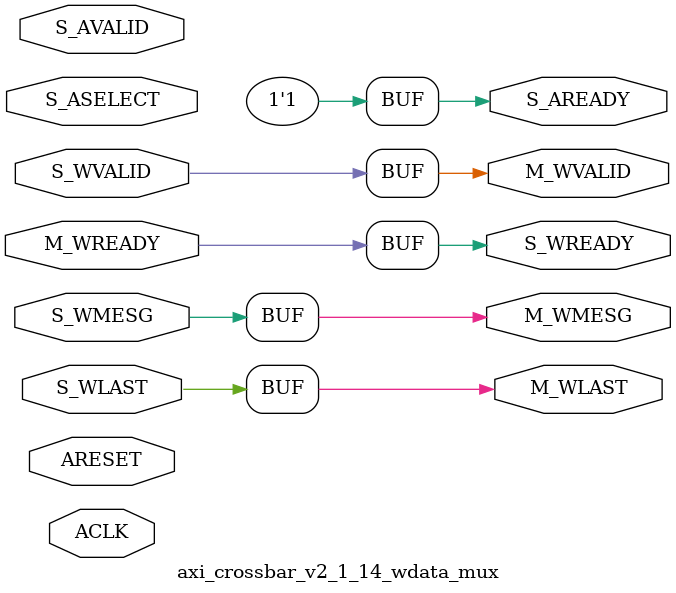
<source format=v>
module axi_crossbar_v2_1_14_wdata_mux #
  (
   parameter         C_FAMILY       = "none", 
   parameter integer C_WMESG_WIDTH            =  1, 
   parameter integer C_NUM_SLAVE_SLOTS     =  1, 
   parameter integer C_SELECT_WIDTH      =  1, 
   parameter integer C_FIFO_DEPTH_LOG     =  0 
   )
  (
   input  wire                                        ACLK,
   input  wire                                        ARESET,
   input  wire [C_NUM_SLAVE_SLOTS*C_WMESG_WIDTH-1:0]     S_WMESG,
   input  wire [C_NUM_SLAVE_SLOTS-1:0]                S_WLAST,
   input  wire [C_NUM_SLAVE_SLOTS-1:0]                S_WVALID,
   output wire [C_NUM_SLAVE_SLOTS-1:0]                S_WREADY,
   output wire [C_WMESG_WIDTH-1:0]                       M_WMESG,
   output wire                                        M_WLAST,
   output wire                                        M_WVALID,
   input  wire                                        M_WREADY,
   input  wire [C_SELECT_WIDTH-1:0]                 S_ASELECT,  
   input  wire                                        S_AVALID,
   output wire                                        S_AREADY
   );
  localparam integer P_FIFO_DEPTH_LOG = (C_FIFO_DEPTH_LOG <= 5) ? C_FIFO_DEPTH_LOG : 5;  
  function [C_NUM_SLAVE_SLOTS-1:0] f_decoder (
      input [C_SELECT_WIDTH-1:0] sel
    );
    integer i;
    begin
      for (i=0; i<C_NUM_SLAVE_SLOTS; i=i+1) begin
        f_decoder[i] = (sel == i);
      end
    end
  endfunction
  wire                                          m_valid_i;
  wire                                          m_last_i;
  wire [C_NUM_SLAVE_SLOTS-1:0]             m_select_hot;
  wire [C_SELECT_WIDTH-1:0]                 m_select_enc;
  wire                                          m_avalid;
  wire                                          m_aready;
  generate
    if (C_NUM_SLAVE_SLOTS>1) begin : gen_wmux
      axi_data_fifo_v2_1_12_axic_reg_srl_fifo #
        (
         .C_FAMILY          (C_FAMILY),
         .C_FIFO_WIDTH      (C_SELECT_WIDTH),
         .C_FIFO_DEPTH_LOG  (P_FIFO_DEPTH_LOG),
         .C_USE_FULL        (0)
         )
        wmux_aw_fifo
          (
           .ACLK    (ACLK),
           .ARESET  (ARESET),
           .S_MESG  (S_ASELECT),
           .S_VALID (S_AVALID),
           .S_READY (S_AREADY),
           .M_MESG  (m_select_enc),
           .M_VALID (m_avalid),
           .M_READY (m_aready)
           );
      assign m_select_hot = f_decoder(m_select_enc);
      generic_baseblocks_v2_1_0_mux_enc # 
        (
         .C_FAMILY      ("rtl"),
         .C_RATIO       (C_NUM_SLAVE_SLOTS),
         .C_SEL_WIDTH   (C_SELECT_WIDTH),
         .C_DATA_WIDTH  (C_WMESG_WIDTH)
        ) mux_w 
        (
         .S   (m_select_enc),
         .A   (S_WMESG),
         .O   (M_WMESG),
         .OE  (1'b1)
        ); 
      assign m_last_i  = |(S_WLAST & m_select_hot);
      assign m_valid_i = |(S_WVALID & m_select_hot);
      assign m_aready = m_valid_i & m_avalid & m_last_i & M_WREADY;
      assign M_WLAST = m_last_i;
      assign M_WVALID = m_valid_i & m_avalid;
      assign S_WREADY = m_select_hot & {C_NUM_SLAVE_SLOTS{m_avalid & M_WREADY}};
    end else begin : gen_no_wmux
      assign S_AREADY = 1'b1;
      assign M_WVALID = S_WVALID;
      assign S_WREADY = M_WREADY;
      assign M_WLAST = S_WLAST;
      assign M_WMESG = S_WMESG;
    end
  endgenerate
endmodule
</source>
